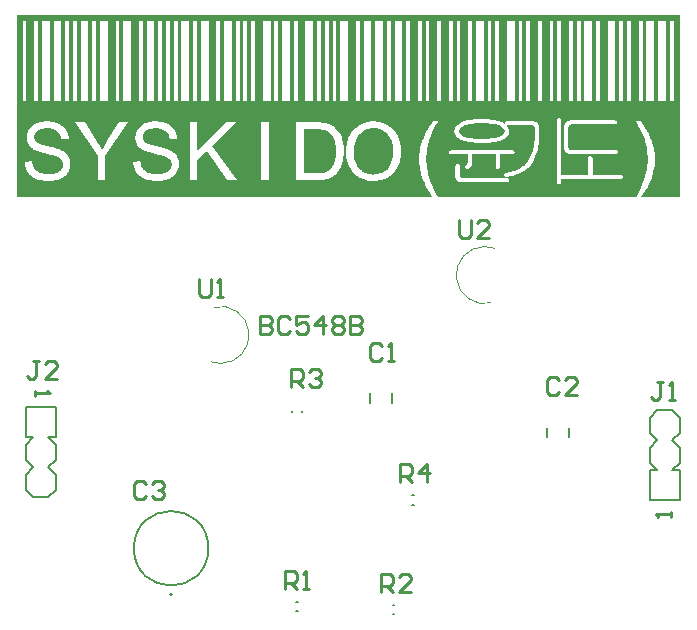
<source format=gbr>
G04*
G04 #@! TF.GenerationSoftware,Altium Limited,Altium Designer,24.2.2 (26)*
G04*
G04 Layer_Color=65535*
%FSLAX45Y45*%
%MOMM*%
G71*
G04*
G04 #@! TF.SameCoordinates,7AAD8A9D-A8BC-4A06-A169-5CC17A717069*
G04*
G04*
G04 #@! TF.FilePolarity,Positive*
G04*
G01*
G75*
%ADD10C,0.00000*%
%ADD11C,0.12700*%
%ADD12C,0.20000*%
%ADD13C,0.20320*%
%ADD14C,0.25400*%
G36*
X13601700Y11874500D02*
X13275917D01*
X13293552Y11898482D01*
X13309773Y11923875D01*
X13323882Y11948563D01*
X13330229Y11959848D01*
X13335872Y11971134D01*
X13340810Y11981714D01*
X13345747Y11990884D01*
X13349979Y11999348D01*
X13352802Y12006402D01*
X13355621Y12012750D01*
X13357738Y12016982D01*
X13358444Y12019804D01*
X13359149Y12020509D01*
X13365497Y12036027D01*
X13370435Y12052250D01*
X13375372Y12067768D01*
X13378899Y12083286D01*
X13385246Y12112206D01*
X13387363Y12126313D01*
X13389479Y12139009D01*
X13390891Y12151000D01*
X13391595Y12161581D01*
X13393005Y12171456D01*
Y12179215D01*
X13393712Y12185563D01*
Y12190500D01*
Y12194027D01*
Y12194733D01*
X13392300Y12223652D01*
X13389479Y12251867D01*
X13387363Y12265268D01*
X13385246Y12277259D01*
X13383131Y12289251D01*
X13381015Y12300536D01*
X13378194Y12310411D01*
X13376077Y12319581D01*
X13373962Y12327340D01*
X13371844Y12333688D01*
X13369730Y12339331D01*
X13369025Y12342858D01*
X13367613Y12345679D01*
Y12346385D01*
X13361971Y12361902D01*
X13354916Y12378126D01*
X13340810Y12408456D01*
X13333051Y12423269D01*
X13325291Y12436670D01*
X13318237Y12450072D01*
X13310480Y12462769D01*
X13303426Y12474054D01*
X13297078Y12483929D01*
X13291435Y12493099D01*
X13285793Y12500858D01*
X13281560Y12506501D01*
X13278738Y12511438D01*
X13276622Y12514260D01*
X13275917Y12514965D01*
X13232890D01*
X13239944Y12502269D01*
X13246997Y12490278D01*
X13252640Y12479697D01*
X13258282Y12469822D01*
X13263220Y12460652D01*
X13267453Y12452188D01*
X13270979Y12445135D01*
X13274506Y12438786D01*
X13277328Y12432438D01*
X13279443Y12428206D01*
X13281560Y12423974D01*
X13282970Y12420447D01*
X13284381Y12418331D01*
X13285086Y12416215D01*
X13285793Y12415510D01*
Y12414804D01*
X13292845Y12397876D01*
X13299194Y12380242D01*
X13304836Y12364018D01*
X13309068Y12349911D01*
X13312595Y12337215D01*
X13314006Y12331572D01*
X13315417Y12327340D01*
X13316122Y12323813D01*
X13316827Y12320992D01*
X13317532Y12319581D01*
Y12318876D01*
X13322470Y12295599D01*
X13325996Y12273027D01*
X13328819Y12252572D01*
X13329524Y12242697D01*
X13330229Y12233527D01*
X13330936Y12225063D01*
X13331641Y12218009D01*
Y12210956D01*
X13332346Y12205313D01*
Y12201081D01*
Y12197554D01*
Y12195438D01*
Y12194733D01*
X13330936Y12164402D01*
X13328113Y12134777D01*
X13323177Y12105152D01*
X13316827Y12076938D01*
X13309068Y12049429D01*
X13300604Y12022625D01*
X13292140Y11997938D01*
X13282970Y11974661D01*
X13273096Y11952795D01*
X13264632Y11933750D01*
X13256168Y11916116D01*
X13248409Y11902009D01*
X13244881Y11895661D01*
X13242059Y11890018D01*
X13239238Y11885786D01*
X13237122Y11881554D01*
X13235712Y11878732D01*
X13234302Y11876616D01*
X13232890Y11875205D01*
Y11874500D01*
X11556445D01*
X11538811Y11904125D01*
X11523293Y11933750D01*
X11510597Y11963375D01*
X11499311Y11991589D01*
X11489436Y12019098D01*
X11480972Y12045902D01*
X11474624Y12071295D01*
X11469686Y12094572D01*
X11465454Y12115732D01*
X11461927Y12135482D01*
X11459811Y12152411D01*
X11458401Y12167224D01*
Y12173572D01*
X11457695Y12179215D01*
Y12183447D01*
X11456990Y12187679D01*
Y12190500D01*
Y12192616D01*
Y12194027D01*
Y12194733D01*
X11457695Y12218009D01*
X11459106Y12240581D01*
X11461222Y12261742D01*
X11462633Y12271617D01*
X11464043Y12280786D01*
X11465454Y12289251D01*
X11466865Y12296304D01*
X11467570Y12303358D01*
X11468981Y12309001D01*
X11469686Y12313233D01*
X11470392Y12316759D01*
X11471097Y12318876D01*
Y12319581D01*
X11476034Y12337920D01*
X11480972Y12355554D01*
X11485909Y12371777D01*
X11491552Y12386590D01*
X11493668Y12392938D01*
X11495784Y12398581D01*
X11497901Y12403518D01*
X11499311Y12407751D01*
X11500722Y12411277D01*
X11502133Y12413394D01*
X11502838Y12414804D01*
Y12415510D01*
X11505659Y12421858D01*
X11508481Y12428206D01*
X11516945Y12443724D01*
X11525410Y12459947D01*
X11534579Y12476170D01*
X11543043Y12490983D01*
X11546570Y12498036D01*
X11550097Y12503679D01*
X11552918Y12508617D01*
X11555035Y12512144D01*
X11555740Y12514260D01*
X11556445Y12514965D01*
X11513418D01*
X11502133Y12499447D01*
X11491552Y12483929D01*
X11481677Y12468411D01*
X11472508Y12452894D01*
X11464043Y12438786D01*
X11456284Y12424679D01*
X11449936Y12411277D01*
X11443588Y12399286D01*
X11438650Y12388001D01*
X11433713Y12377420D01*
X11429481Y12368251D01*
X11426659Y12361197D01*
X11423838Y12354849D01*
X11422427Y12349911D01*
X11421722Y12347090D01*
X11421017Y12346385D01*
X11412552Y12318876D01*
X11406204Y12292072D01*
X11401972Y12266679D01*
X11399856Y12254688D01*
X11399150Y12243402D01*
X11397740Y12232822D01*
X11397034Y12223652D01*
X11396329Y12215188D01*
Y12208134D01*
X11395624Y12202491D01*
Y12198259D01*
Y12195438D01*
Y12194733D01*
X11396329Y12177804D01*
X11397034Y12161581D01*
X11401267Y12129134D01*
X11403383Y12114322D01*
X11406204Y12100215D01*
X11409731Y12086107D01*
X11412552Y12074116D01*
X11416079Y12062125D01*
X11418900Y12051545D01*
X11421722Y12043081D01*
X11424543Y12035322D01*
X11426659Y12028973D01*
X11428070Y12024036D01*
X11428775Y12021214D01*
X11429481Y12020509D01*
X11442883Y11990179D01*
X11449936Y11976072D01*
X11456990Y11962670D01*
X11464043Y11949973D01*
X11471097Y11937982D01*
X11477445Y11926696D01*
X11484499Y11916116D01*
X11490142Y11906946D01*
X11495784Y11898482D01*
X11500722Y11891429D01*
X11504954Y11885786D01*
X11508481Y11880848D01*
X11511302Y11877321D01*
X11512713Y11875205D01*
X11513418Y11874500D01*
X7988300D01*
Y13417941D01*
X13601700D01*
Y11874500D01*
D02*
G37*
%LPC*%
G36*
X13550914Y13367142D02*
X13518106D01*
Y12684956D01*
X13550914D01*
Y13367142D01*
D02*
G37*
G36*
X13485297D02*
X13419681D01*
Y12684956D01*
X13485297D01*
Y13367142D01*
D02*
G37*
G36*
X13386871D02*
X13321255D01*
Y12684956D01*
X13386871D01*
Y13367142D01*
D02*
G37*
G36*
X13288448D02*
X13255638D01*
Y12684956D01*
X13288448D01*
Y13367142D01*
D02*
G37*
G36*
X13190022D02*
X13157213D01*
Y12684956D01*
X13190022D01*
Y13367142D01*
D02*
G37*
G36*
X13124405D02*
X13091595D01*
Y12684956D01*
X13124405D01*
Y13367142D01*
D02*
G37*
G36*
X13058788D02*
X12993172D01*
Y12684956D01*
X13058788D01*
Y13367142D01*
D02*
G37*
G36*
X12927554D02*
X12894746D01*
Y12684956D01*
X12927554D01*
Y13367142D01*
D02*
G37*
G36*
X12861937D02*
X12796321D01*
Y12684956D01*
X12861937D01*
Y13367142D01*
D02*
G37*
G36*
X12763512D02*
X12730704D01*
Y12684956D01*
X12763512D01*
Y13367142D01*
D02*
G37*
G36*
X12697895D02*
X12665087D01*
Y12684956D01*
X12697895D01*
Y13367142D01*
D02*
G37*
G36*
X12599470D02*
X12566662D01*
Y12684956D01*
X12599470D01*
Y13367142D01*
D02*
G37*
G36*
X12533853D02*
X12501045D01*
Y12684956D01*
X12533853D01*
Y13367142D01*
D02*
G37*
G36*
X12435428D02*
X12402620D01*
Y12684956D01*
X12435428D01*
Y13367142D01*
D02*
G37*
G36*
X12337003D02*
X12304194D01*
Y12684956D01*
X12337003D01*
Y13367142D01*
D02*
G37*
G36*
X12271386D02*
X12238578D01*
Y12684956D01*
X12271386D01*
Y13367142D01*
D02*
G37*
G36*
X12205769D02*
X12140152D01*
Y12684956D01*
X12205769D01*
Y13367142D01*
D02*
G37*
G36*
X12074535D02*
X12041727D01*
Y12684956D01*
X12074535D01*
Y13367142D01*
D02*
G37*
G36*
X12008919D02*
X11976110D01*
Y12684956D01*
X12008919D01*
Y13367142D01*
D02*
G37*
G36*
X11943302D02*
X11877685D01*
Y12684956D01*
X11943302D01*
Y13367142D01*
D02*
G37*
G36*
X11844876D02*
X11812068D01*
Y12684956D01*
X11844876D01*
Y13367142D01*
D02*
G37*
G36*
X11746451D02*
X11713643D01*
Y12684956D01*
X11746451D01*
Y13367142D01*
D02*
G37*
G36*
X11680834D02*
X11648026D01*
Y12684956D01*
X11680834D01*
Y13367142D01*
D02*
G37*
G36*
X11582409D02*
X11549601D01*
Y12684956D01*
X11582409D01*
Y13367142D01*
D02*
G37*
G36*
X11483984D02*
X11451175D01*
Y12684956D01*
X11483984D01*
Y13367142D01*
D02*
G37*
G36*
X11418367D02*
X11385559D01*
Y12684956D01*
X11418367D01*
Y13367142D01*
D02*
G37*
G36*
X11319942D02*
X11287133D01*
Y12684956D01*
X11319942D01*
Y13367142D01*
D02*
G37*
G36*
X11254325D02*
X11188708D01*
Y12684956D01*
X11254325D01*
Y13367142D01*
D02*
G37*
G36*
X11155900D02*
X11123091D01*
Y12684956D01*
X11155900D01*
Y13367142D01*
D02*
G37*
G36*
X11090283D02*
X11024666D01*
Y12684956D01*
X11090283D01*
Y13367142D01*
D02*
G37*
G36*
X10991858D02*
X10926241D01*
Y12684956D01*
X10991858D01*
Y13367142D01*
D02*
G37*
G36*
X10893432D02*
X10860624D01*
Y12684956D01*
X10893432D01*
Y13367142D01*
D02*
G37*
G36*
X10795007D02*
X10729390D01*
Y12684956D01*
X10795007D01*
Y13367142D01*
D02*
G37*
G36*
X10696582D02*
X10663773D01*
Y12684956D01*
X10696582D01*
Y13367142D01*
D02*
G37*
G36*
X10630965D02*
X10598157D01*
Y12684956D01*
X10630965D01*
Y13367142D01*
D02*
G37*
G36*
X10565348D02*
X10532540D01*
Y12684956D01*
X10565348D01*
Y13367142D01*
D02*
G37*
G36*
X10499731D02*
X10434115D01*
Y12684956D01*
X10499731D01*
Y13367142D01*
D02*
G37*
G36*
X10368498D02*
X10335689D01*
Y12684956D01*
X10368498D01*
Y13367142D01*
D02*
G37*
G36*
X10302881D02*
X10237264D01*
Y12684956D01*
X10302881D01*
Y13367142D01*
D02*
G37*
G36*
X10204456D02*
X10171647D01*
Y12684956D01*
X10204456D01*
Y13367142D01*
D02*
G37*
G36*
X10138839D02*
X10073222D01*
Y12684956D01*
X10138839D01*
Y13367142D01*
D02*
G37*
G36*
X10007605D02*
X9974797D01*
Y12684956D01*
X10007605D01*
Y13367142D01*
D02*
G37*
G36*
X9941988D02*
X9909180D01*
Y12684956D01*
X9941988D01*
Y13367142D01*
D02*
G37*
G36*
X9876371D02*
X9843563D01*
Y12684956D01*
X9876371D01*
Y13367142D01*
D02*
G37*
G36*
X9810755D02*
X9745138D01*
Y12684956D01*
X9810755D01*
Y13367142D01*
D02*
G37*
G36*
X9712329D02*
X9679521D01*
Y12684956D01*
X9712329D01*
Y13367142D01*
D02*
G37*
G36*
X9613904D02*
X9548287D01*
Y12684956D01*
X9613904D01*
Y13367142D01*
D02*
G37*
G36*
X9515479D02*
X9482670D01*
Y12684956D01*
X9515479D01*
Y13367142D01*
D02*
G37*
G36*
X9449862D02*
X9384245D01*
Y12684956D01*
X9449862D01*
Y13367142D01*
D02*
G37*
G36*
X9351437D02*
X9318628D01*
Y12684956D01*
X9351437D01*
Y13367142D01*
D02*
G37*
G36*
X9285820D02*
X9253011D01*
Y12684956D01*
X9285820D01*
Y13367142D01*
D02*
G37*
G36*
X9220203D02*
X9187395D01*
Y12684956D01*
X9220203D01*
Y13367142D01*
D02*
G37*
G36*
X9154586D02*
X9088969D01*
Y12684956D01*
X9154586D01*
Y13367142D01*
D02*
G37*
G36*
X9056161D02*
X9023353D01*
Y12684956D01*
X9056161D01*
Y13367142D01*
D02*
G37*
G36*
X8957736D02*
X8892119D01*
Y12684956D01*
X8957736D01*
Y13367142D01*
D02*
G37*
G36*
X8859310D02*
X8826502D01*
Y12684956D01*
X8859310D01*
Y13367142D01*
D02*
G37*
G36*
X8760885D02*
X8695268D01*
Y12684956D01*
X8760885D01*
Y13367142D01*
D02*
G37*
G36*
X8662460D02*
X8629652D01*
Y12684956D01*
X8662460D01*
Y13367142D01*
D02*
G37*
G36*
X8596843D02*
X8531226D01*
Y12684956D01*
X8596843D01*
Y13367142D01*
D02*
G37*
G36*
X8498418D02*
X8465609D01*
Y12684956D01*
X8498418D01*
Y13367142D01*
D02*
G37*
G36*
X8432801D02*
X8399993D01*
Y12684956D01*
X8432801D01*
Y13367142D01*
D02*
G37*
G36*
X8367184D02*
X8301567D01*
Y12684956D01*
X8367184D01*
Y13367142D01*
D02*
G37*
G36*
X8268759D02*
X8203142D01*
Y12684956D01*
X8268759D01*
Y13367142D01*
D02*
G37*
G36*
X8170334D02*
X8137525D01*
Y12684956D01*
X8170334D01*
Y13367142D01*
D02*
G37*
G36*
X8071908D02*
X8039100D01*
Y12684956D01*
X8071908D01*
Y13367142D01*
D02*
G37*
G36*
X9173456Y12514965D02*
X9164286D01*
X9145947Y12514260D01*
X9129724Y12512144D01*
X9114206Y12509322D01*
X9100804Y12506501D01*
X9090224Y12503679D01*
X9085286Y12502269D01*
X9081760Y12500858D01*
X9078938Y12499447D01*
X9076822Y12498742D01*
X9075411Y12498036D01*
X9074706D01*
X9060599Y12490983D01*
X9047902Y12483224D01*
X9037322Y12474760D01*
X9028858Y12467001D01*
X9022510Y12459947D01*
X9017572Y12454304D01*
X9014045Y12450072D01*
X9013340Y12449367D01*
Y12448661D01*
X9006286Y12436670D01*
X9001349Y12424679D01*
X8997822Y12412688D01*
X8995706Y12402108D01*
X8994295Y12392938D01*
X8992884Y12385885D01*
Y12383063D01*
Y12380947D01*
Y12380242D01*
Y12379536D01*
X8993590Y12367545D01*
X8995706Y12356260D01*
X8998527Y12345679D01*
X9001349Y12336509D01*
X9004170Y12329456D01*
X9006992Y12323813D01*
X9009108Y12320286D01*
X9009813Y12318876D01*
X9016867Y12309001D01*
X9025331Y12299831D01*
X9033795Y12292072D01*
X9042260Y12285724D01*
X9049313Y12280081D01*
X9055661Y12276554D01*
X9059893Y12273733D01*
X9060599Y12273027D01*
X9061304D01*
X9066947Y12270206D01*
X9073295Y12267384D01*
X9087402Y12262447D01*
X9103626Y12257509D01*
X9119144Y12252572D01*
X9133251Y12248340D01*
X9139599Y12246929D01*
X9145242Y12245518D01*
X9149474Y12244108D01*
X9153001Y12243402D01*
X9155117Y12242697D01*
X9155822D01*
X9167813Y12239875D01*
X9179099Y12237054D01*
X9188974Y12234233D01*
X9197438Y12232117D01*
X9205903Y12230000D01*
X9212956Y12227884D01*
X9219304Y12226474D01*
X9224242Y12224358D01*
X9229179Y12222947D01*
X9232706Y12222241D01*
X9238349Y12220125D01*
X9241876Y12219420D01*
X9242581Y12218715D01*
X9253162Y12214483D01*
X9262331Y12209545D01*
X9270090Y12204608D01*
X9275733Y12200375D01*
X9280671Y12196143D01*
X9283492Y12193322D01*
X9285608Y12191206D01*
X9286313Y12190500D01*
X9291251Y12184152D01*
X9294778Y12177099D01*
X9296894Y12170045D01*
X9299010Y12164402D01*
X9299715Y12158759D01*
X9300421Y12154527D01*
Y12151000D01*
Y12150295D01*
X9299715Y12141831D01*
X9298304Y12134072D01*
X9296188Y12127018D01*
X9293367Y12121375D01*
X9290546Y12115732D01*
X9288429Y12112206D01*
X9287019Y12109384D01*
X9286313Y12108679D01*
X9280671Y12101625D01*
X9273617Y12095982D01*
X9266563Y12091045D01*
X9260215Y12086107D01*
X9253867Y12083286D01*
X9248929Y12080465D01*
X9245403Y12079054D01*
X9243992Y12078348D01*
X9233412Y12074822D01*
X9222126Y12072000D01*
X9210840Y12070590D01*
X9200965Y12069179D01*
X9192501Y12068473D01*
X9185447Y12067768D01*
X9179099D01*
X9163581Y12068473D01*
X9149474Y12069884D01*
X9136778Y12072000D01*
X9125492Y12074822D01*
X9116322Y12077643D01*
X9109269Y12079759D01*
X9107152Y12080465D01*
X9105036Y12081170D01*
X9104331Y12081875D01*
X9103626D01*
X9092340Y12087518D01*
X9081760Y12093866D01*
X9074001Y12100215D01*
X9066947Y12106563D01*
X9061304Y12111500D01*
X9057777Y12116438D01*
X9055661Y12119259D01*
X9054956Y12119965D01*
X9050018Y12129134D01*
X9045081Y12139009D01*
X9042260Y12149590D01*
X9039438Y12158759D01*
X9037322Y12167929D01*
X9035911Y12174277D01*
Y12177099D01*
X9035206Y12179215D01*
Y12179920D01*
Y12180625D01*
X8974545Y12174983D01*
X8975956Y12157349D01*
X8978777Y12140420D01*
X8983009Y12125607D01*
X8987947Y12112206D01*
X8992884Y12101625D01*
X8995001Y12097393D01*
X8996411Y12093866D01*
X8998527Y12091045D01*
X8999233Y12088929D01*
X9000643Y12087518D01*
Y12086813D01*
X9011224Y12073411D01*
X9022510Y12061420D01*
X9034501Y12051545D01*
X9045786Y12043081D01*
X9055661Y12036732D01*
X9064126Y12032500D01*
X9066947Y12031089D01*
X9069063Y12029679D01*
X9070474Y12028973D01*
X9071179D01*
X9088813Y12022625D01*
X9107152Y12017688D01*
X9125492Y12014866D01*
X9143126Y12012045D01*
X9151590Y12011339D01*
X9158644Y12010634D01*
X9164992D01*
X9170635Y12009929D01*
X9181920D01*
X9200965Y12010634D01*
X9218599Y12012750D01*
X9234822Y12016277D01*
X9248224Y12019804D01*
X9259510Y12022625D01*
X9264447Y12024741D01*
X9268679Y12026152D01*
X9271501Y12027563D01*
X9273617Y12028268D01*
X9275028Y12028973D01*
X9275733D01*
X9290546Y12036732D01*
X9303242Y12045197D01*
X9314528Y12054366D01*
X9323697Y12062831D01*
X9330751Y12069884D01*
X9335688Y12076232D01*
X9339215Y12080465D01*
X9339921Y12081170D01*
Y12081875D01*
X9347680Y12095277D01*
X9353322Y12107973D01*
X9356849Y12119965D01*
X9359671Y12131250D01*
X9361081Y12141125D01*
X9362492Y12148884D01*
Y12151706D01*
Y12153822D01*
Y12154527D01*
Y12155232D01*
X9361787Y12169340D01*
X9359671Y12182741D01*
X9356144Y12194733D01*
X9352617Y12204608D01*
X9348385Y12213072D01*
X9345563Y12219420D01*
X9342742Y12222947D01*
X9342037Y12224358D01*
X9333572Y12234938D01*
X9323697Y12244813D01*
X9313117Y12253277D01*
X9302537Y12261036D01*
X9293367Y12266679D01*
X9285608Y12270911D01*
X9282787Y12272322D01*
X9280671Y12273733D01*
X9279260Y12274438D01*
X9278554D01*
X9272912Y12277259D01*
X9265858Y12279375D01*
X9258099Y12282197D01*
X9249635Y12285018D01*
X9232001Y12289956D01*
X9213662Y12294893D01*
X9205197Y12297009D01*
X9197438Y12299126D01*
X9189679Y12301242D01*
X9183331Y12302652D01*
X9178394Y12304063D01*
X9174161Y12304768D01*
X9171340Y12305474D01*
X9170635D01*
X9156528Y12309001D01*
X9143831Y12311822D01*
X9132545Y12315349D01*
X9122670Y12318170D01*
X9113501Y12321697D01*
X9105742Y12324518D01*
X9098688Y12327340D01*
X9092340Y12329456D01*
X9087402Y12332277D01*
X9083170Y12334393D01*
X9080349Y12335804D01*
X9077527Y12337920D01*
X9074001Y12340036D01*
X9073295Y12340742D01*
X9066947Y12347795D01*
X9062715Y12354849D01*
X9059188Y12361902D01*
X9057072Y12368956D01*
X9055661Y12374599D01*
X9054956Y12379536D01*
Y12382358D01*
Y12383768D01*
X9056367Y12395054D01*
X9059188Y12404929D01*
X9063420Y12413394D01*
X9068358Y12421152D01*
X9072590Y12426795D01*
X9076822Y12431733D01*
X9079644Y12434554D01*
X9081054Y12435260D01*
X9086697Y12438786D01*
X9092340Y12442313D01*
X9105742Y12447956D01*
X9119849Y12451483D01*
X9133956Y12454304D01*
X9146653Y12455715D01*
X9152295Y12456420D01*
X9156528Y12457126D01*
X9166403D01*
X9186153Y12456420D01*
X9203787Y12453599D01*
X9217894Y12449367D01*
X9229885Y12445135D01*
X9239054Y12440902D01*
X9246108Y12436670D01*
X9249635Y12433849D01*
X9251046Y12433144D01*
X9260921Y12423269D01*
X9268679Y12412688D01*
X9275028Y12401402D01*
X9279260Y12390117D01*
X9282081Y12379536D01*
X9284197Y12371777D01*
X9284903Y12368251D01*
X9285608Y12366135D01*
Y12364724D01*
Y12364018D01*
X9347680Y12368956D01*
X9346269Y12384474D01*
X9342742Y12398581D01*
X9339215Y12411983D01*
X9334278Y12423269D01*
X9330046Y12432438D01*
X9326519Y12439492D01*
X9325108Y12441608D01*
X9323697Y12443724D01*
X9322992Y12444429D01*
Y12445135D01*
X9313822Y12457126D01*
X9303947Y12467706D01*
X9293367Y12476876D01*
X9282787Y12483929D01*
X9273617Y12490278D01*
X9266563Y12493804D01*
X9263742Y12495215D01*
X9261626Y12496626D01*
X9260215Y12497331D01*
X9259510D01*
X9243992Y12502974D01*
X9227063Y12507206D01*
X9211545Y12510733D01*
X9196733Y12512849D01*
X9183331Y12514260D01*
X9178394D01*
X9173456Y12514965D01*
D02*
G37*
G36*
X8254823D02*
X8245653D01*
X8227314Y12514260D01*
X8211091Y12512144D01*
X8195573Y12509322D01*
X8182171Y12506501D01*
X8171591Y12503679D01*
X8166653Y12502269D01*
X8163126Y12500858D01*
X8160305Y12499447D01*
X8158189Y12498742D01*
X8156778Y12498036D01*
X8156073D01*
X8141966Y12490983D01*
X8129269Y12483224D01*
X8118689Y12474760D01*
X8110225Y12467001D01*
X8103876Y12459947D01*
X8098939Y12454304D01*
X8095412Y12450072D01*
X8094707Y12449367D01*
Y12448661D01*
X8087653Y12436670D01*
X8082716Y12424679D01*
X8079189Y12412688D01*
X8077073Y12402108D01*
X8075662Y12392938D01*
X8074251Y12385885D01*
Y12383063D01*
Y12380947D01*
Y12380242D01*
Y12379536D01*
X8074957Y12367545D01*
X8077073Y12356260D01*
X8079894Y12345679D01*
X8082716Y12336509D01*
X8085537Y12329456D01*
X8088358Y12323813D01*
X8090475Y12320286D01*
X8091180Y12318876D01*
X8098233Y12309001D01*
X8106698Y12299831D01*
X8115162Y12292072D01*
X8123626Y12285724D01*
X8130680Y12280081D01*
X8137028Y12276554D01*
X8141260Y12273733D01*
X8141966Y12273027D01*
X8142671D01*
X8148314Y12270206D01*
X8154662Y12267384D01*
X8168769Y12262447D01*
X8184993Y12257509D01*
X8200510Y12252572D01*
X8214618Y12248340D01*
X8220966Y12246929D01*
X8226609Y12245518D01*
X8230841Y12244108D01*
X8234368Y12243402D01*
X8236484Y12242697D01*
X8237189D01*
X8249180Y12239875D01*
X8260466Y12237054D01*
X8270341Y12234233D01*
X8278805Y12232117D01*
X8287269Y12230000D01*
X8294323Y12227884D01*
X8300671Y12226474D01*
X8305609Y12224358D01*
X8310546Y12222947D01*
X8314073Y12222241D01*
X8319716Y12220125D01*
X8323243Y12219420D01*
X8323948Y12218715D01*
X8334528Y12214483D01*
X8343698Y12209545D01*
X8351457Y12204608D01*
X8357100Y12200375D01*
X8362037Y12196143D01*
X8364859Y12193322D01*
X8366975Y12191206D01*
X8367680Y12190500D01*
X8372618Y12184152D01*
X8376145Y12177099D01*
X8378261Y12170045D01*
X8380377Y12164402D01*
X8381082Y12158759D01*
X8381787Y12154527D01*
Y12151000D01*
Y12150295D01*
X8381082Y12141831D01*
X8379671Y12134072D01*
X8377555Y12127018D01*
X8374734Y12121375D01*
X8371912Y12115732D01*
X8369796Y12112206D01*
X8368386Y12109384D01*
X8367680Y12108679D01*
X8362037Y12101625D01*
X8354984Y12095982D01*
X8347930Y12091045D01*
X8341582Y12086107D01*
X8335234Y12083286D01*
X8330296Y12080465D01*
X8326769Y12079054D01*
X8325359Y12078348D01*
X8314778Y12074822D01*
X8303493Y12072000D01*
X8292207Y12070590D01*
X8282332Y12069179D01*
X8273868Y12068473D01*
X8266814Y12067768D01*
X8260466D01*
X8244948Y12068473D01*
X8230841Y12069884D01*
X8218144Y12072000D01*
X8206859Y12074822D01*
X8197689Y12077643D01*
X8190635Y12079759D01*
X8188519Y12080465D01*
X8186403Y12081170D01*
X8185698Y12081875D01*
X8184993D01*
X8173707Y12087518D01*
X8163126Y12093866D01*
X8155367Y12100215D01*
X8148314Y12106563D01*
X8142671Y12111500D01*
X8139144Y12116438D01*
X8137028Y12119259D01*
X8136323Y12119965D01*
X8131385Y12129134D01*
X8126448Y12139009D01*
X8123626Y12149590D01*
X8120805Y12158759D01*
X8118689Y12167929D01*
X8117278Y12174277D01*
Y12177099D01*
X8116573Y12179215D01*
Y12179920D01*
Y12180625D01*
X8055912Y12174983D01*
X8057323Y12157349D01*
X8060144Y12140420D01*
X8064376Y12125607D01*
X8069314Y12112206D01*
X8074251Y12101625D01*
X8076367Y12097393D01*
X8077778Y12093866D01*
X8079894Y12091045D01*
X8080600Y12088929D01*
X8082010Y12087518D01*
Y12086813D01*
X8092591Y12073411D01*
X8103876Y12061420D01*
X8115867Y12051545D01*
X8127153Y12043081D01*
X8137028Y12036732D01*
X8145492Y12032500D01*
X8148314Y12031089D01*
X8150430Y12029679D01*
X8151841Y12028973D01*
X8152546D01*
X8170180Y12022625D01*
X8188519Y12017688D01*
X8206859Y12014866D01*
X8224493Y12012045D01*
X8232957Y12011339D01*
X8240010Y12010634D01*
X8246359D01*
X8252002Y12009929D01*
X8263287D01*
X8282332Y12010634D01*
X8299966Y12012750D01*
X8316189Y12016277D01*
X8329591Y12019804D01*
X8340877Y12022625D01*
X8345814Y12024741D01*
X8350046Y12026152D01*
X8352868Y12027563D01*
X8354984Y12028268D01*
X8356395Y12028973D01*
X8357100D01*
X8371912Y12036732D01*
X8384609Y12045197D01*
X8395895Y12054366D01*
X8405064Y12062831D01*
X8412118Y12069884D01*
X8417055Y12076232D01*
X8420582Y12080465D01*
X8421287Y12081170D01*
Y12081875D01*
X8429046Y12095277D01*
X8434689Y12107973D01*
X8438216Y12119965D01*
X8441037Y12131250D01*
X8442448Y12141125D01*
X8443859Y12148884D01*
Y12151706D01*
Y12153822D01*
Y12154527D01*
Y12155232D01*
X8443154Y12169340D01*
X8441037Y12182741D01*
X8437511Y12194733D01*
X8433984Y12204608D01*
X8429752Y12213072D01*
X8426930Y12219420D01*
X8424109Y12222947D01*
X8423404Y12224358D01*
X8414939Y12234938D01*
X8405064Y12244813D01*
X8394484Y12253277D01*
X8383903Y12261036D01*
X8374734Y12266679D01*
X8366975Y12270911D01*
X8364153Y12272322D01*
X8362037Y12273733D01*
X8360627Y12274438D01*
X8359921D01*
X8354278Y12277259D01*
X8347225Y12279375D01*
X8339466Y12282197D01*
X8331002Y12285018D01*
X8313368Y12289956D01*
X8295028Y12294893D01*
X8286564Y12297009D01*
X8278805Y12299126D01*
X8271046Y12301242D01*
X8264698Y12302652D01*
X8259760Y12304063D01*
X8255528Y12304768D01*
X8252707Y12305474D01*
X8252002D01*
X8237894Y12309001D01*
X8225198Y12311822D01*
X8213912Y12315349D01*
X8204037Y12318170D01*
X8194868Y12321697D01*
X8187109Y12324518D01*
X8180055Y12327340D01*
X8173707Y12329456D01*
X8168769Y12332277D01*
X8164537Y12334393D01*
X8161716Y12335804D01*
X8158894Y12337920D01*
X8155367Y12340036D01*
X8154662Y12340742D01*
X8148314Y12347795D01*
X8144082Y12354849D01*
X8140555Y12361902D01*
X8138439Y12368956D01*
X8137028Y12374599D01*
X8136323Y12379536D01*
Y12382358D01*
Y12383768D01*
X8137734Y12395054D01*
X8140555Y12404929D01*
X8144787Y12413394D01*
X8149725Y12421152D01*
X8153957Y12426795D01*
X8158189Y12431733D01*
X8161010Y12434554D01*
X8162421Y12435260D01*
X8168064Y12438786D01*
X8173707Y12442313D01*
X8187109Y12447956D01*
X8201216Y12451483D01*
X8215323Y12454304D01*
X8228019Y12455715D01*
X8233662Y12456420D01*
X8237894Y12457126D01*
X8247769D01*
X8267519Y12456420D01*
X8285153Y12453599D01*
X8299261Y12449367D01*
X8311252Y12445135D01*
X8320421Y12440902D01*
X8327475Y12436670D01*
X8331002Y12433849D01*
X8332412Y12433144D01*
X8342287Y12423269D01*
X8350046Y12412688D01*
X8356395Y12401402D01*
X8360627Y12390117D01*
X8363448Y12379536D01*
X8365564Y12371777D01*
X8366270Y12368251D01*
X8366975Y12366135D01*
Y12364724D01*
Y12364018D01*
X8429046Y12368956D01*
X8427636Y12384474D01*
X8424109Y12398581D01*
X8420582Y12411983D01*
X8415645Y12423269D01*
X8411412Y12432438D01*
X8407886Y12439492D01*
X8406475Y12441608D01*
X8405064Y12443724D01*
X8404359Y12444429D01*
Y12445135D01*
X8395189Y12457126D01*
X8385314Y12467706D01*
X8374734Y12476876D01*
X8364153Y12483929D01*
X8354984Y12490278D01*
X8347930Y12493804D01*
X8345109Y12495215D01*
X8342993Y12496626D01*
X8341582Y12497331D01*
X8340877D01*
X8325359Y12502974D01*
X8308430Y12507206D01*
X8292912Y12510733D01*
X8278100Y12512849D01*
X8264698Y12514260D01*
X8259760D01*
X8254823Y12514965D01*
D02*
G37*
G36*
X11947695Y12535420D02*
X11915248D01*
X11907490Y12534715D01*
X11897615D01*
X11886329Y12534010D01*
X11874338Y12533304D01*
X11860936Y12531894D01*
X11846829Y12530483D01*
X11832016Y12528367D01*
X11803097Y12522724D01*
X11788284Y12519903D01*
X11774882Y12515670D01*
X11761480Y12510733D01*
X11749489Y12505795D01*
X11748784D01*
X11747373Y12504385D01*
X11744552Y12502974D01*
X11741025Y12500858D01*
X11731855Y12495215D01*
X11721980Y12486751D01*
X11712105Y12476170D01*
X11702936Y12464179D01*
X11699409Y12457126D01*
X11696587Y12449367D01*
X11695177Y12441608D01*
X11694471Y12433144D01*
Y12432438D01*
Y12431027D01*
X11695177Y12428911D01*
Y12425385D01*
X11697293Y12417626D01*
X11701525Y12407045D01*
X11704346Y12401402D01*
X11707873Y12395760D01*
X11712105Y12390117D01*
X11717748Y12383768D01*
X11724096Y12378126D01*
X11731150Y12371777D01*
X11739614Y12366135D01*
X11749489Y12361197D01*
X11750195D01*
X11752311Y12359786D01*
X11755838Y12358376D01*
X11760775Y12356965D01*
X11767123Y12354849D01*
X11774882Y12352027D01*
X11784052Y12349206D01*
X11793927Y12347090D01*
X11805918Y12344268D01*
X11819320Y12341447D01*
X11833427Y12339331D01*
X11849650Y12336509D01*
X11866579Y12335099D01*
X11885623Y12333688D01*
X11905373Y12332277D01*
X11937820D01*
X11945579Y12332983D01*
X11955454D01*
X11966740Y12333688D01*
X11978731Y12334393D01*
X11992132Y12335804D01*
X12006240Y12337215D01*
X12021052Y12339331D01*
X12050677Y12344268D01*
X12064784Y12347795D01*
X12078892Y12351322D01*
X12091588Y12356260D01*
X12103579Y12361197D01*
X12104284D01*
X12105695Y12362608D01*
X12108517Y12364018D01*
X12112043Y12366135D01*
X12121213Y12371777D01*
X12131793Y12380242D01*
X12141668Y12390822D01*
X12150838Y12402813D01*
X12154365Y12409867D01*
X12157186Y12416920D01*
X12158597Y12424679D01*
X12159302Y12433144D01*
Y12433849D01*
Y12435260D01*
Y12437376D01*
X12158597Y12440902D01*
X12156481Y12449367D01*
X12152249Y12459242D01*
X12149427Y12464885D01*
X12145901Y12471233D01*
X12140963Y12476876D01*
X12136026Y12483224D01*
X12129677Y12488867D01*
X12121918Y12495215D01*
X12113454Y12500858D01*
X12103579Y12505795D01*
X12102874Y12506501D01*
X12100758Y12507206D01*
X12097231Y12508617D01*
X12092293Y12510733D01*
X12085945Y12512849D01*
X12078186Y12514965D01*
X12069017Y12517786D01*
X12058436Y12520608D01*
X12046445Y12523429D01*
X12033749Y12526251D01*
X12018936Y12528367D01*
X12002713Y12530483D01*
X11985784Y12532599D01*
X11967445Y12534010D01*
X11947695Y12535420D01*
D02*
G37*
G36*
X8933506Y12506501D02*
X8858033D01*
X8764220Y12362608D01*
X8752934Y12344974D01*
X8742354Y12328751D01*
X8733184Y12313938D01*
X8725425Y12301242D01*
X8719077Y12290661D01*
X8716256Y12286429D01*
X8714140Y12282902D01*
X8712023Y12280081D01*
X8710613Y12277965D01*
X8709907Y12276554D01*
Y12275849D01*
X8701443Y12291367D01*
X8692273Y12306179D01*
X8683809Y12320286D01*
X8676050Y12332983D01*
X8669702Y12343563D01*
X8666881Y12347795D01*
X8664059Y12351322D01*
X8662648Y12354143D01*
X8661238Y12356260D01*
X8659827Y12357670D01*
Y12358376D01*
X8563898Y12506501D01*
X8485604D01*
X8673934Y12225063D01*
Y12018393D01*
X8738827D01*
Y12225063D01*
X8933506Y12506501D01*
D02*
G37*
G36*
X9847202D02*
X9759032D01*
X9517799Y12263858D01*
Y12506501D01*
X9452906D01*
Y12018393D01*
X9517799D01*
Y12187679D01*
X9597505Y12264563D01*
X9771023Y12018393D01*
X9856371D01*
X9642648Y12308295D01*
X9847202Y12506501D01*
D02*
G37*
G36*
X13051837Y12524135D02*
X12681524D01*
X12675881Y12523429D01*
X12668828Y12522019D01*
X12660364Y12519903D01*
X12651899Y12516376D01*
X12644140Y12512144D01*
X12636381Y12505795D01*
X12635676Y12505090D01*
X12633560Y12502269D01*
X12631444Y12498742D01*
X12628622Y12493099D01*
X12625096Y12486045D01*
X12622980Y12477581D01*
X12620864Y12468411D01*
X12620158Y12457126D01*
Y12298420D01*
Y12297009D01*
Y12294188D01*
X12620864Y12289251D01*
X12622274Y12282902D01*
X12624390Y12275849D01*
X12627212Y12268795D01*
X12630739Y12261742D01*
X12636381Y12255393D01*
X12637087Y12254688D01*
X12639203Y12252572D01*
X12643435Y12250456D01*
X12648372Y12247634D01*
X12655426Y12244108D01*
X12663185Y12241992D01*
X12672355Y12239875D01*
X12682935Y12239170D01*
X13064534D01*
X13066650Y12239875D01*
X13070177Y12241286D01*
X13072998Y12243402D01*
X13075114Y12246224D01*
X13077229Y12249750D01*
X13077934Y12255393D01*
Y12256099D01*
Y12258215D01*
X13077229Y12261036D01*
X13075819Y12263858D01*
X13073703Y12266679D01*
X13070177Y12269500D01*
X13065944Y12271617D01*
X13060303Y12272322D01*
X12681524D01*
X12678703Y12273027D01*
X12671649Y12274438D01*
X12668828Y12275849D01*
X12666006Y12277965D01*
X12665301Y12279375D01*
X12663185Y12282197D01*
X12661069Y12287840D01*
X12660364Y12296304D01*
Y12464885D01*
Y12465590D01*
Y12467001D01*
X12661069Y12469117D01*
Y12471938D01*
X12663185Y12478286D01*
X12666712Y12483929D01*
X12668122Y12484635D01*
X12671649Y12486751D01*
X12674471Y12488161D01*
X12677998Y12488867D01*
X12682935Y12489572D01*
X13056775D01*
X13059596Y12490278D01*
X13063123Y12491688D01*
X13066650Y12495215D01*
X13067355Y12495920D01*
X13068765Y12498742D01*
X13070177Y12502269D01*
X13070882Y12506501D01*
Y12507911D01*
X13070177Y12510733D01*
X13068060Y12514260D01*
X13065239Y12518492D01*
X13064534Y12519197D01*
X13061713Y12521313D01*
X13057480Y12523429D01*
X13051837Y12524135D01*
D02*
G37*
G36*
X12186811Y12269500D02*
X11665552D01*
X11662025Y12268795D01*
X11658498Y12267384D01*
X11654971Y12265268D01*
X11651445Y12262447D01*
X11649328Y12258920D01*
X11648623Y12253277D01*
Y12252572D01*
Y12250456D01*
X11649328Y12248340D01*
X11650034Y12245518D01*
X11652150Y12241992D01*
X11654971Y12239875D01*
X11659204Y12237759D01*
X11664846Y12237054D01*
X11807329D01*
Y12190500D01*
Y12189795D01*
Y12187679D01*
Y12184858D01*
X11806623Y12180625D01*
X11805918Y12171456D01*
X11803802Y12162286D01*
Y12161581D01*
X11803097Y12160170D01*
X11802391Y12157349D01*
X11800980Y12154527D01*
X11796748Y12146768D01*
X11791105Y12139009D01*
X11790400Y12138304D01*
X11788284Y12135482D01*
X11786168Y12131250D01*
X11785463Y12125607D01*
Y12124902D01*
X11786873Y12122081D01*
X11789695Y12117849D01*
X11793222Y12114322D01*
X11794632Y12113616D01*
X11797454Y12112911D01*
X11801686Y12111500D01*
X11807329Y12110795D01*
X11808739D01*
X11812266Y12111500D01*
X11816498Y12113616D01*
X11821436Y12117143D01*
X11822141Y12117849D01*
X11823552Y12119259D01*
X11825668Y12122081D01*
X11828489Y12125607D01*
X11831311Y12129840D01*
X11834132Y12135482D01*
X11836954Y12141125D01*
X11839775Y12148179D01*
Y12148884D01*
X11841186Y12151706D01*
X11841891Y12155232D01*
X11843302Y12160875D01*
X11844713Y12167224D01*
X11845418Y12174277D01*
X11846829Y12182036D01*
Y12190500D01*
Y12237054D01*
X12042918D01*
Y12130545D01*
Y12129840D01*
Y12129134D01*
X12043624Y12124902D01*
X12045034Y12119965D01*
X12048561Y12115027D01*
X12049266Y12114322D01*
X12052088Y12112911D01*
X12056320Y12111500D01*
X12061963Y12110795D01*
X12063374D01*
X12066900Y12111500D01*
X12071133Y12112911D01*
X12075365Y12116438D01*
X12076775Y12117849D01*
X12078892Y12120670D01*
X12081008Y12126313D01*
X12082418Y12132661D01*
Y12237054D01*
X12191043D01*
X12193865Y12237759D01*
X12196686Y12239170D01*
X12199508Y12241286D01*
X12202329Y12244108D01*
X12204445Y12247634D01*
X12205151Y12253277D01*
Y12253983D01*
X12204445Y12256099D01*
X12203740Y12258215D01*
X12202329Y12261742D01*
X12200213Y12264563D01*
X12197392Y12266679D01*
X12192454Y12268795D01*
X12186811Y12269500D01*
D02*
G37*
G36*
X12340708Y12521313D02*
X12141092D01*
X12138270Y12520608D01*
X12134743Y12519197D01*
X12131922Y12517081D01*
X12129100Y12514260D01*
X12126984Y12510028D01*
X12126279Y12504385D01*
Y12503679D01*
Y12501563D01*
X12126984Y12498742D01*
X12128395Y12495920D01*
X12130511Y12493099D01*
X12134038Y12490278D01*
X12138270Y12488161D01*
X12144618Y12487456D01*
X12344940D01*
X12347761Y12486751D01*
X12351288D01*
X12359047Y12483929D01*
X12362574Y12482519D01*
X12366101Y12479697D01*
X12366806D01*
X12367511Y12478286D01*
X12370333Y12474760D01*
X12373154Y12467706D01*
X12374565Y12463474D01*
Y12458536D01*
Y12380242D01*
Y12379536D01*
Y12378831D01*
Y12376715D01*
Y12373893D01*
X12373860Y12366840D01*
Y12356965D01*
X12372449Y12345679D01*
X12371038Y12331572D01*
X12368922Y12316759D01*
X12366101Y12300536D01*
X12362574Y12283608D01*
X12358342Y12265268D01*
X12352699Y12247634D01*
X12346351Y12229295D01*
X12338592Y12211661D01*
X12329422Y12194733D01*
X12319547Y12177804D01*
X12307556Y12162991D01*
X12306851Y12162286D01*
X12304735Y12160170D01*
X12301208Y12156643D01*
X12296270Y12151706D01*
X12289922Y12146063D01*
X12282163Y12139715D01*
X12272993Y12133366D01*
X12262413Y12125607D01*
X12251127Y12118554D01*
X12237726Y12111500D01*
X12223618Y12104447D01*
X12207395Y12098098D01*
X12190467Y12091750D01*
X12172127Y12086813D01*
X12153083Y12082581D01*
X12131922Y12079759D01*
X12131217D01*
X12129100Y12079054D01*
X12126279Y12078348D01*
X12122752Y12076938D01*
X12119931Y12074822D01*
X12117109Y12071295D01*
X12114993Y12067063D01*
Y12061420D01*
Y12060715D01*
X12115699Y12058598D01*
X12116404Y12056482D01*
X12117815Y12052956D01*
X12119931Y12050134D01*
X12123458Y12048018D01*
X12128395Y12045902D01*
X12136154D01*
X12140386Y12046607D01*
X12146734Y12047313D01*
X12155199Y12048723D01*
X12165779Y12050134D01*
X12177770Y12052956D01*
X12191172Y12055777D01*
X12205279Y12060009D01*
X12220797Y12065652D01*
X12237020Y12071295D01*
X12253243Y12079054D01*
X12269467Y12087518D01*
X12285690Y12097393D01*
X12301913Y12109384D01*
X12317431Y12122081D01*
X12331538Y12136893D01*
X12332244Y12137599D01*
X12335065Y12141125D01*
X12339297Y12146063D01*
X12344235Y12153116D01*
X12350583Y12162286D01*
X12356931Y12172866D01*
X12364690Y12186268D01*
X12372449Y12200375D01*
X12379503Y12217304D01*
X12387261Y12234938D01*
X12393610Y12255393D01*
X12399958Y12276554D01*
X12404895Y12299831D01*
X12409128Y12325224D01*
X12411949Y12351322D01*
X12412654Y12379536D01*
Y12457831D01*
Y12459242D01*
Y12462769D01*
X12411949Y12468411D01*
X12410538Y12474760D01*
X12407717Y12481813D01*
X12404895Y12489572D01*
X12399958Y12497331D01*
X12393610Y12503679D01*
X12392904Y12504385D01*
X12390083Y12506501D01*
X12385851Y12509322D01*
X12380208Y12512849D01*
X12372449Y12515670D01*
X12363279Y12518492D01*
X12352699Y12520608D01*
X12340708Y12521313D01*
D02*
G37*
G36*
X10543294Y12506501D02*
X10355669D01*
Y12018393D01*
X10531303D01*
X10547526Y12019098D01*
X10562339Y12019804D01*
X10575741Y12021214D01*
X10587026Y12022625D01*
X10596901Y12024036D01*
X10603955Y12024741D01*
X10606071Y12025447D01*
X10608187Y12026152D01*
X10609598D01*
X10622294Y12029679D01*
X10633580Y12033911D01*
X10643455Y12037438D01*
X10651919Y12041670D01*
X10658973Y12045197D01*
X10663910Y12048018D01*
X10666732Y12050134D01*
X10668142Y12050839D01*
X10677312Y12057188D01*
X10685071Y12064947D01*
X10692830Y12072000D01*
X10699178Y12079054D01*
X10704821Y12085402D01*
X10709053Y12090340D01*
X10711875Y12093866D01*
X10712580Y12095277D01*
X10719634Y12106563D01*
X10726687Y12118554D01*
X10732330Y12129840D01*
X10736562Y12141125D01*
X10740794Y12151000D01*
X10743616Y12158759D01*
X10744321Y12161581D01*
X10745027Y12163697D01*
X10745732Y12165107D01*
Y12165813D01*
X10749964Y12182741D01*
X10753491Y12199670D01*
X10755607Y12215893D01*
X10757723Y12231411D01*
X10758428Y12244813D01*
Y12250456D01*
X10759134Y12255393D01*
Y12258920D01*
Y12262447D01*
Y12263858D01*
Y12264563D01*
X10758428Y12288545D01*
X10756312Y12310411D01*
X10752785Y12330161D01*
X10751375Y12339331D01*
X10749259Y12347090D01*
X10747143Y12354849D01*
X10745732Y12361197D01*
X10744321Y12366840D01*
X10742205Y12371777D01*
X10741500Y12376010D01*
X10740089Y12378831D01*
X10739384Y12380242D01*
Y12380947D01*
X10731625Y12399286D01*
X10722455Y12415510D01*
X10712580Y12429617D01*
X10703410Y12441608D01*
X10694946Y12451483D01*
X10687893Y12458536D01*
X10685071Y12460652D01*
X10682955Y12462769D01*
X10682250Y12463474D01*
X10681544Y12464179D01*
X10670259Y12473349D01*
X10658267Y12480403D01*
X10646276Y12486751D01*
X10634991Y12491688D01*
X10625116Y12495215D01*
X10617357Y12497331D01*
X10614535Y12498742D01*
X10612419D01*
X10611008Y12499447D01*
X10610303D01*
X10598312Y12501563D01*
X10584205Y12503679D01*
X10570098Y12505090D01*
X10555991Y12505795D01*
X10543294Y12506501D01*
D02*
G37*
G36*
X10123125D02*
X10058232D01*
Y12018393D01*
X10123125D01*
Y12506501D01*
D02*
G37*
G36*
X11016013Y12514965D02*
X11009664D01*
X10990620Y12514260D01*
X10972986Y12512144D01*
X10956057Y12508617D01*
X10939834Y12504385D01*
X10925021Y12498742D01*
X10910914Y12493099D01*
X10898218Y12486751D01*
X10886932Y12480403D01*
X10876352Y12474054D01*
X10867182Y12467706D01*
X10859423Y12462063D01*
X10853075Y12456420D01*
X10848137Y12452188D01*
X10843905Y12448661D01*
X10841789Y12446545D01*
X10841084Y12445840D01*
X10829798Y12432438D01*
X10819923Y12418331D01*
X10810753Y12402813D01*
X10803700Y12387295D01*
X10797352Y12371072D01*
X10791709Y12355554D01*
X10787477Y12340036D01*
X10784655Y12325224D01*
X10781834Y12311117D01*
X10779718Y12297715D01*
X10778307Y12285724D01*
X10776896Y12275849D01*
Y12267384D01*
X10776191Y12261036D01*
Y12256804D01*
Y12256099D01*
Y12255393D01*
X10777602Y12231411D01*
X10780423Y12209545D01*
X10784655Y12188384D01*
X10787477Y12179215D01*
X10790298Y12170045D01*
X10792414Y12162286D01*
X10795235Y12155232D01*
X10797352Y12148884D01*
X10799468Y12143241D01*
X10800878Y12139009D01*
X10802289Y12136188D01*
X10803700Y12134072D01*
Y12133366D01*
X10815691Y12112911D01*
X10828387Y12095277D01*
X10842494Y12079759D01*
X10855896Y12067063D01*
X10867887Y12056482D01*
X10872825Y12052250D01*
X10877057Y12049429D01*
X10881289Y12046607D01*
X10884111Y12044491D01*
X10885521Y12043786D01*
X10886227Y12043081D01*
X10896807Y12037438D01*
X10907387Y12032500D01*
X10928548Y12024036D01*
X10949004Y12018393D01*
X10968048Y12014161D01*
X10977218Y12012750D01*
X10984977Y12012045D01*
X10992030Y12010634D01*
X10998379D01*
X11002611Y12009929D01*
X11009664D01*
X11032941Y12011339D01*
X11054807Y12014866D01*
X11075263Y12019098D01*
X11084432Y12021920D01*
X11092897Y12024741D01*
X11100655Y12027563D01*
X11107709Y12030384D01*
X11113352Y12032500D01*
X11118289Y12034616D01*
X11122522Y12036732D01*
X11126048Y12038143D01*
X11127459Y12039554D01*
X11128164D01*
X11147914Y12052250D01*
X11164843Y12066357D01*
X11178950Y12081170D01*
X11190941Y12095277D01*
X11200816Y12108679D01*
X11204343Y12113616D01*
X11207165Y12118554D01*
X11209986Y12122786D01*
X11211397Y12125607D01*
X11212807Y12127724D01*
Y12128429D01*
X11218450Y12139715D01*
X11222682Y12151000D01*
X11230441Y12173572D01*
X11236084Y12196143D01*
X11239611Y12216599D01*
X11240316Y12225768D01*
X11241727Y12234233D01*
X11242432Y12241992D01*
Y12248340D01*
X11243138Y12253983D01*
Y12257509D01*
Y12260331D01*
Y12261036D01*
X11241727Y12287840D01*
X11238906Y12312527D01*
X11236790Y12323813D01*
X11233968Y12335099D01*
X11231147Y12344974D01*
X11229031Y12354143D01*
X11226209Y12362608D01*
X11223388Y12370367D01*
X11221272Y12376715D01*
X11218450Y12382358D01*
X11217040Y12386590D01*
X11215629Y12389411D01*
X11214218Y12391527D01*
Y12392233D01*
X11202932Y12412688D01*
X11189531Y12431027D01*
X11175423Y12446545D01*
X11162727Y12459242D01*
X11150736Y12469117D01*
X11145093Y12473349D01*
X11140861Y12476876D01*
X11136629Y12478992D01*
X11133807Y12481108D01*
X11132397Y12481813D01*
X11131691Y12482519D01*
X11121111Y12488161D01*
X11110530Y12493099D01*
X11090075Y12501563D01*
X11068914Y12507206D01*
X11050575Y12510733D01*
X11042111Y12512144D01*
X11033646Y12513554D01*
X11027298Y12514260D01*
X11020950D01*
X11016013Y12514965D01*
D02*
G37*
G36*
X11721275Y12158054D02*
X11719864D01*
X11716338Y12157349D01*
X11712105Y12155232D01*
X11707168Y12151706D01*
X11706462Y12150295D01*
X11704346Y12146768D01*
X11702230Y12141125D01*
X11701525Y12133366D01*
Y12058598D01*
Y12057188D01*
Y12054366D01*
X11702230Y12049429D01*
X11703641Y12043786D01*
X11705052Y12036732D01*
X11707873Y12030384D01*
X11711400Y12023331D01*
X11716338Y12016982D01*
X11717043Y12016277D01*
X11719159Y12014161D01*
X11722686Y12011339D01*
X11727623Y12008518D01*
X11733266Y12005697D01*
X11741025Y12002875D01*
X11749489Y12000759D01*
X11758659Y12000054D01*
X12144490D01*
X12147311Y12000759D01*
X12150838Y12002170D01*
X12153659Y12004286D01*
X12156481Y12007813D01*
X12158597Y12012045D01*
X12159302Y12017688D01*
Y12018393D01*
Y12020509D01*
X12158597Y12022625D01*
X12157186Y12026152D01*
X12155070Y12028973D01*
X12151543Y12031089D01*
X12147311Y12033206D01*
X12141668Y12033911D01*
X11767123D01*
X11762891Y12034616D01*
X11754427Y12036027D01*
X11750900Y12037438D01*
X11748079Y12039554D01*
X11747373Y12040964D01*
X11745963Y12042375D01*
X11745257Y12045197D01*
X11743846Y12048723D01*
X11742436Y12052956D01*
X11741730Y12057893D01*
Y12064241D01*
Y12132661D01*
Y12133366D01*
Y12134777D01*
Y12136893D01*
X11741025Y12139715D01*
X11738909Y12146063D01*
X11734677Y12151706D01*
X11733971Y12152411D01*
X11731150Y12155232D01*
X11726918Y12157349D01*
X11721275Y12158054D01*
D02*
G37*
G36*
X12580530Y12541063D02*
X12579119D01*
X12575592Y12540358D01*
X12571360Y12539653D01*
X12566422Y12536831D01*
X12565717Y12536126D01*
X12563601Y12533304D01*
X12561485Y12528367D01*
X12560780Y12522724D01*
Y12005697D01*
Y12004991D01*
Y12004286D01*
X12561485Y12000054D01*
X12562896Y11995116D01*
X12566422Y11990179D01*
X12567128Y11989473D01*
X12570655Y11987357D01*
X12574887Y11985241D01*
X12580530Y11984536D01*
X12581940D01*
X12585467Y11985241D01*
X12589699Y11986652D01*
X12593931Y11990179D01*
X12595342Y11991589D01*
X12597458Y11994411D01*
X12599574Y11999348D01*
X12600985Y12005697D01*
Y12030384D01*
X13105444D01*
X13108971Y12031089D01*
X13113908Y12032500D01*
X13118141Y12035322D01*
X13118846Y12036027D01*
X13120963Y12038848D01*
X13123077Y12043081D01*
X13123784Y12047313D01*
Y12048723D01*
X13123077Y12051545D01*
X13121667Y12055072D01*
X13118141Y12059304D01*
X13117436Y12060009D01*
X13113908Y12062125D01*
X13109677Y12063536D01*
X13103328Y12064241D01*
X12864917D01*
Y12198965D01*
Y12199670D01*
Y12200375D01*
X12864212Y12204608D01*
X12862096Y12208840D01*
X12857864Y12213777D01*
X12857158Y12214483D01*
X12854337Y12216599D01*
X12850105Y12218715D01*
X12845168Y12219420D01*
X12843758D01*
X12840935Y12218715D01*
X12835999Y12218009D01*
X12831766Y12215188D01*
X12831059Y12214483D01*
X12828944Y12211661D01*
X12826828Y12207429D01*
X12826123Y12201786D01*
Y12064241D01*
X12600985D01*
Y12522724D01*
Y12523429D01*
Y12524135D01*
X12600280Y12527662D01*
X12598164Y12532599D01*
X12593931Y12536831D01*
X12593226Y12537537D01*
X12590405Y12538947D01*
X12586172Y12540358D01*
X12580530Y12541063D01*
D02*
G37*
%LPD*%
G36*
X11951222Y12500153D02*
X11960391D01*
X11970972Y12499447D01*
X11982257Y12498742D01*
X12006240Y12496626D01*
X12030222Y12493099D01*
X12042213Y12490983D01*
X12053499Y12488867D01*
X12064079Y12486045D01*
X12073954Y12482519D01*
X12074659D01*
X12076070Y12481813D01*
X12078186Y12480403D01*
X12081008Y12478992D01*
X12088767Y12475465D01*
X12097231Y12469822D01*
X12105695Y12462769D01*
X12113454Y12454304D01*
X12116275Y12449367D01*
X12118392Y12444429D01*
X12119802Y12438786D01*
X12120508Y12433144D01*
Y12431733D01*
X12119802Y12428206D01*
X12118392Y12422563D01*
X12114865Y12415510D01*
X12109222Y12407751D01*
X12105695Y12403518D01*
X12100758Y12399286D01*
X12095820Y12395760D01*
X12089472Y12391527D01*
X12082418Y12388001D01*
X12073954Y12384474D01*
X12073249D01*
X12071838Y12383768D01*
X12069017Y12383063D01*
X12064784Y12381652D01*
X12059847Y12380242D01*
X12053499Y12378831D01*
X12045740Y12376715D01*
X12037275Y12375304D01*
X12027400Y12373893D01*
X12016820Y12371777D01*
X12004829Y12370367D01*
X11991427Y12368956D01*
X11976615Y12367545D01*
X11961097Y12366840D01*
X11944168Y12366135D01*
X11910311D01*
X11901847Y12366840D01*
X11892677D01*
X11882097Y12367545D01*
X11870811Y12368251D01*
X11846829Y12370367D01*
X11822141Y12373893D01*
X11810150Y12376010D01*
X11798864Y12378126D01*
X11788284Y12380947D01*
X11778409Y12384474D01*
X11777704D01*
X11776293Y12385179D01*
X11774177Y12386590D01*
X11771355Y12388001D01*
X11764302Y12391527D01*
X11755838Y12397170D01*
X11747373Y12404224D01*
X11740320Y12412688D01*
X11737498Y12416920D01*
X11735382Y12421858D01*
X11733971Y12427501D01*
X11733266Y12433144D01*
Y12433849D01*
Y12434554D01*
X11733971Y12438081D01*
X11735382Y12444429D01*
X11738909Y12451483D01*
X11744552Y12459242D01*
X11748079Y12463474D01*
X11752311Y12467706D01*
X11757248Y12471233D01*
X11763596Y12475465D01*
X11770650Y12478992D01*
X11778409Y12482519D01*
X11779114D01*
X11780525Y12483224D01*
X11783347Y12483929D01*
X11787579Y12485340D01*
X11792516Y12486751D01*
X11798864Y12488161D01*
X11806623Y12490278D01*
X11815088Y12491688D01*
X11824963Y12493099D01*
X11836248Y12495215D01*
X11848239Y12496626D01*
X11861641Y12498036D01*
X11875748Y12499447D01*
X11891972Y12500153D01*
X11908195Y12500858D01*
X11942757D01*
X11951222Y12500153D01*
D02*
G37*
G36*
X10542589Y12447956D02*
X10551758D01*
X10560223Y12447251D01*
X10574330Y12445135D01*
X10585616Y12443724D01*
X10594785Y12441608D01*
X10601133Y12439492D01*
X10604660Y12438786D01*
X10606071Y12438081D01*
X10618767Y12431733D01*
X10630759Y12423974D01*
X10641339Y12414804D01*
X10650509Y12405635D01*
X10657562Y12397170D01*
X10663205Y12390117D01*
X10664616Y12387295D01*
X10666026Y12385179D01*
X10667437Y12383768D01*
Y12383063D01*
X10671669Y12375304D01*
X10675901Y12366135D01*
X10682250Y12347795D01*
X10686482Y12328045D01*
X10690009Y12309001D01*
X10690714Y12300536D01*
X10691419Y12292072D01*
X10692125Y12285018D01*
Y12278670D01*
X10692830Y12273027D01*
Y12269500D01*
Y12266679D01*
Y12265974D01*
X10692125Y12246224D01*
X10690714Y12227884D01*
X10688598Y12211661D01*
X10686482Y12197554D01*
X10685071Y12191911D01*
X10683660Y12186974D01*
X10682250Y12182036D01*
X10681544Y12178509D01*
X10680839Y12175688D01*
X10680134Y12173572D01*
X10679428Y12172161D01*
Y12171456D01*
X10674491Y12158054D01*
X10668848Y12146063D01*
X10662500Y12135482D01*
X10656857Y12126313D01*
X10651919Y12119259D01*
X10647687Y12114322D01*
X10644866Y12111500D01*
X10644160Y12110090D01*
X10637107Y12104447D01*
X10630053Y12099509D01*
X10623000Y12095277D01*
X10615946Y12091045D01*
X10609598Y12088223D01*
X10604660Y12086107D01*
X10601133Y12085402D01*
X10599723Y12084697D01*
X10589142Y12081875D01*
X10576446Y12079759D01*
X10563750Y12078348D01*
X10551758Y12077643D01*
X10541178Y12076938D01*
X10536241Y12076232D01*
X10420562D01*
Y12448661D01*
X10533419D01*
X10542589Y12447956D01*
D02*
G37*
G36*
X11027298Y12458536D02*
X11044227Y12455715D01*
X11059039Y12451483D01*
X11071736Y12447251D01*
X11082316Y12442313D01*
X11086548Y12440197D01*
X11090075Y12438786D01*
X11093602Y12436670D01*
X11095718Y12435965D01*
X11096423Y12434554D01*
X11097129D01*
X11110530Y12424679D01*
X11122522Y12413394D01*
X11133102Y12402108D01*
X11141566Y12390822D01*
X11147914Y12380947D01*
X11152852Y12372483D01*
X11154263Y12369661D01*
X11155673Y12367545D01*
X11156379Y12366135D01*
Y12365429D01*
X11163432Y12348501D01*
X11168370Y12330161D01*
X11171897Y12313233D01*
X11174013Y12297009D01*
X11175423Y12289251D01*
X11176129Y12282902D01*
Y12276554D01*
X11176834Y12271617D01*
Y12267384D01*
Y12264563D01*
Y12262447D01*
Y12261742D01*
X11176129Y12244813D01*
X11174718Y12228590D01*
X11172602Y12213072D01*
X11169781Y12198965D01*
X11165548Y12186268D01*
X11162022Y12174277D01*
X11157789Y12162991D01*
X11153557Y12153116D01*
X11148620Y12144652D01*
X11144388Y12136893D01*
X11140861Y12130545D01*
X11137334Y12125607D01*
X11133807Y12121375D01*
X11131691Y12117849D01*
X11130281Y12116438D01*
X11129575Y12115732D01*
X11120405Y12106563D01*
X11110530Y12098804D01*
X11100655Y12092456D01*
X11090780Y12086107D01*
X11080905Y12081170D01*
X11070325Y12077643D01*
X11061155Y12074116D01*
X11051280Y12071295D01*
X11042816Y12069179D01*
X11034352Y12067768D01*
X11027298Y12066357D01*
X11020950Y12065652D01*
X11016013D01*
X11012486Y12064947D01*
X11008959D01*
X10995557Y12065652D01*
X10982861Y12067063D01*
X10971575Y12069884D01*
X10960289Y12072706D01*
X10949709Y12076938D01*
X10939834Y12081170D01*
X10930664Y12085402D01*
X10922200Y12090340D01*
X10915146Y12095277D01*
X10908798Y12099509D01*
X10903155Y12103741D01*
X10898218Y12107973D01*
X10894691Y12110795D01*
X10891870Y12113616D01*
X10890459Y12115027D01*
X10889753Y12115732D01*
X10881289Y12125607D01*
X10874236Y12136188D01*
X10867887Y12147474D01*
X10862244Y12158759D01*
X10858012Y12170750D01*
X10853780Y12182036D01*
X10848137Y12204608D01*
X10846727Y12214483D01*
X10845316Y12224358D01*
X10843905Y12232822D01*
X10843200Y12239875D01*
X10842494Y12246224D01*
Y12251161D01*
Y12253983D01*
Y12254688D01*
X10843200Y12274438D01*
X10844611Y12292777D01*
X10846727Y12310411D01*
X10850253Y12325929D01*
X10853780Y12340036D01*
X10858012Y12352733D01*
X10862950Y12364724D01*
X10867182Y12374599D01*
X10872119Y12383768D01*
X10876352Y12391527D01*
X10880584Y12397876D01*
X10884111Y12402813D01*
X10887637Y12407045D01*
X10889753Y12409867D01*
X10891164Y12411277D01*
X10891870Y12411983D01*
X10901039Y12420447D01*
X10910914Y12427501D01*
X10920789Y12433849D01*
X10931370Y12439492D01*
X10941245Y12443724D01*
X10951120Y12447956D01*
X10969459Y12453599D01*
X10977923Y12455010D01*
X10985682Y12456420D01*
X10992030Y12457831D01*
X10998379Y12458536D01*
X11003316Y12459242D01*
X11009664D01*
X11027298Y12458536D01*
D02*
G37*
D10*
X9714763Y10464799D02*
G03*
X9660338Y10942487I0J241944D01*
G01*
X9632905Y10479590D02*
G03*
X9716805Y10464797I83900J230513D01*
G01*
X11951437Y11455401D02*
G03*
X12005862Y10977713I0J-241944D01*
G01*
X12033295Y11440610D02*
G03*
X11949395Y11455403I-83900J-230513D01*
G01*
D11*
X9611400Y8900700D02*
G03*
X9611400Y8900700I-315000J0D01*
G01*
X11171702Y8342000D02*
X11187699D01*
X11171702Y8422000D02*
X11187699D01*
X10979399Y10128301D02*
Y10212299D01*
X11169401Y10128301D02*
Y10212299D01*
X10355199Y8367400D02*
X10371201D01*
X10355199Y8447400D02*
X10371201D01*
X12477999Y9838599D02*
Y9922601D01*
X12668001Y9838599D02*
Y9922601D01*
X11333099Y9269100D02*
X11349101D01*
X11333099Y9349100D02*
X11349101D01*
X10323200Y10050399D02*
Y10066401D01*
X10403200Y10050399D02*
Y10066401D01*
D12*
X9306400Y8510700D02*
G03*
X9306400Y8510700I-10000J0D01*
G01*
D13*
X8255000Y9588500D02*
X8318500Y9525000D01*
Y9398000D02*
Y9525000D01*
X8255000Y9334500D02*
X8318500Y9398000D01*
X8064500D02*
X8128000Y9334500D01*
X8064500Y9398000D02*
Y9525000D01*
X8128000Y9588500D01*
X8255000Y9842500D02*
X8318500Y9779000D01*
Y9652000D02*
Y9779000D01*
X8255000Y9588500D02*
X8318500Y9652000D01*
X8064500D02*
X8128000Y9588500D01*
X8064500Y9652000D02*
Y9779000D01*
X8128000Y9842500D01*
Y9334500D02*
X8255000D01*
X8318500Y9842500D02*
Y10096500D01*
X8064500D02*
X8318500D01*
X8064500Y9842500D02*
Y10096500D01*
X8255000Y9842500D02*
X8318500D01*
X8064500D02*
X8128000D01*
X13347701Y9880600D02*
X13411200Y9817100D01*
X13347701Y9880600D02*
Y10007600D01*
X13411200Y10071100D01*
X13538200D02*
X13601700Y10007600D01*
Y9880600D02*
Y10007600D01*
X13538200Y9817100D02*
X13601700Y9880600D01*
X13347701Y9626600D02*
X13411200Y9563100D01*
X13347701Y9626600D02*
Y9753600D01*
X13411200Y9817100D01*
X13538200D02*
X13601700Y9753600D01*
Y9626600D02*
Y9753600D01*
X13538200Y9563100D02*
X13601700Y9626600D01*
X13411200Y10071100D02*
X13538200D01*
X13347701Y9309100D02*
Y9563100D01*
Y9309100D02*
X13601700D01*
Y9563100D01*
X13347701D02*
X13411200D01*
X13538200D02*
X13601700D01*
D14*
X8140700Y10236200D02*
Y10193880D01*
Y10215040D01*
X8267659D01*
X8246499Y10236200D01*
X13525500Y9169400D02*
Y9211720D01*
Y9190560D01*
X13398541D01*
X13419701Y9169400D01*
X9530080Y11178491D02*
Y11051532D01*
X9555472Y11026140D01*
X9606255D01*
X9631647Y11051532D01*
Y11178491D01*
X9682431Y11026140D02*
X9733214D01*
X9707823D01*
Y11178491D01*
X9682431Y11153099D01*
X10045840Y10871175D02*
Y10718825D01*
X10122015D01*
X10147407Y10744217D01*
Y10769608D01*
X10122015Y10795000D01*
X10045840D01*
X10122015D01*
X10147407Y10820392D01*
Y10845783D01*
X10122015Y10871175D01*
X10045840D01*
X10299758Y10845783D02*
X10274366Y10871175D01*
X10223582D01*
X10198190Y10845783D01*
Y10744217D01*
X10223582Y10718825D01*
X10274366D01*
X10299758Y10744217D01*
X10452108Y10871175D02*
X10350541D01*
Y10795000D01*
X10401325Y10820392D01*
X10426717D01*
X10452108Y10795000D01*
Y10744217D01*
X10426717Y10718825D01*
X10375933D01*
X10350541Y10744217D01*
X10579067Y10718825D02*
Y10871175D01*
X10502892Y10795000D01*
X10604459D01*
X10655243Y10845783D02*
X10680634Y10871175D01*
X10731418D01*
X10756810Y10845783D01*
Y10820392D01*
X10731418Y10795000D01*
X10756810Y10769608D01*
Y10744217D01*
X10731418Y10718825D01*
X10680634D01*
X10655243Y10744217D01*
Y10769608D01*
X10680634Y10795000D01*
X10655243Y10820392D01*
Y10845783D01*
X10680634Y10795000D02*
X10731418D01*
X10807593Y10871175D02*
Y10718825D01*
X10883769D01*
X10909161Y10744217D01*
Y10769608D01*
X10883769Y10795000D01*
X10807593D01*
X10883769D01*
X10909161Y10820392D01*
Y10845783D01*
X10883769Y10871175D01*
X10807593D01*
X11734800Y11683951D02*
Y11556992D01*
X11760192Y11531600D01*
X11810975D01*
X11836367Y11556992D01*
Y11683951D01*
X11988718Y11531600D02*
X11887151D01*
X11988718Y11633167D01*
Y11658559D01*
X11963326Y11683951D01*
X11912543D01*
X11887151Y11658559D01*
X11071860Y8531860D02*
Y8684211D01*
X11148035D01*
X11173427Y8658819D01*
Y8608035D01*
X11148035Y8582643D01*
X11071860D01*
X11122643D02*
X11173427Y8531860D01*
X11325778D02*
X11224211D01*
X11325778Y8633427D01*
Y8658819D01*
X11300386Y8684211D01*
X11249603D01*
X11224211Y8658819D01*
X10256520Y8557260D02*
Y8709611D01*
X10332695D01*
X10358087Y8684219D01*
Y8633435D01*
X10332695Y8608043D01*
X10256520D01*
X10307303D02*
X10358087Y8557260D01*
X10408871D02*
X10459654D01*
X10434263D01*
Y8709611D01*
X10408871Y8684219D01*
X10314940Y10266680D02*
Y10419031D01*
X10391115D01*
X10416507Y10393639D01*
Y10342855D01*
X10391115Y10317463D01*
X10314940D01*
X10365723D02*
X10416507Y10266680D01*
X10467291Y10393639D02*
X10492683Y10419031D01*
X10543466D01*
X10568858Y10393639D01*
Y10368247D01*
X10543466Y10342855D01*
X10518074D01*
X10543466D01*
X10568858Y10317463D01*
Y10292072D01*
X10543466Y10266680D01*
X10492683D01*
X10467291Y10292072D01*
X11234420Y9458960D02*
Y9611311D01*
X11310595D01*
X11335987Y9585919D01*
Y9535135D01*
X11310595Y9509743D01*
X11234420D01*
X11285203D02*
X11335987Y9458960D01*
X11462946D02*
Y9611311D01*
X11386771Y9535135D01*
X11488338D01*
X13464507Y10309811D02*
X13413724D01*
X13439114D01*
Y10182852D01*
X13413724Y10157460D01*
X13388332D01*
X13362939Y10182852D01*
X13515291Y10157460D02*
X13566074D01*
X13540683D01*
Y10309811D01*
X13515291Y10284419D01*
X8181307Y10490151D02*
X8130523D01*
X8155915D01*
Y10363192D01*
X8130523Y10337800D01*
X8105132D01*
X8079740Y10363192D01*
X8333658Y10337800D02*
X8232091D01*
X8333658Y10439367D01*
Y10464759D01*
X8308266Y10490151D01*
X8257483D01*
X8232091Y10464759D01*
X11079447Y10612079D02*
X11054055Y10637471D01*
X11003272D01*
X10977880Y10612079D01*
Y10510512D01*
X11003272Y10485120D01*
X11054055D01*
X11079447Y10510512D01*
X11130231Y10485120D02*
X11181014D01*
X11155623D01*
Y10637471D01*
X11130231Y10612079D01*
X12578047Y10322519D02*
X12552655Y10347911D01*
X12501872D01*
X12476480Y10322519D01*
Y10220952D01*
X12501872Y10195560D01*
X12552655D01*
X12578047Y10220952D01*
X12730398Y10195560D02*
X12628831D01*
X12730398Y10297127D01*
Y10322519D01*
X12705006Y10347911D01*
X12654223D01*
X12628831Y10322519D01*
X9080467Y9446219D02*
X9055075Y9471611D01*
X9004292D01*
X8978900Y9446219D01*
Y9344652D01*
X9004292Y9319260D01*
X9055075D01*
X9080467Y9344652D01*
X9131251Y9446219D02*
X9156643Y9471611D01*
X9207426D01*
X9232818Y9446219D01*
Y9420827D01*
X9207426Y9395435D01*
X9182034D01*
X9207426D01*
X9232818Y9370043D01*
Y9344652D01*
X9207426Y9319260D01*
X9156643D01*
X9131251Y9344652D01*
M02*

</source>
